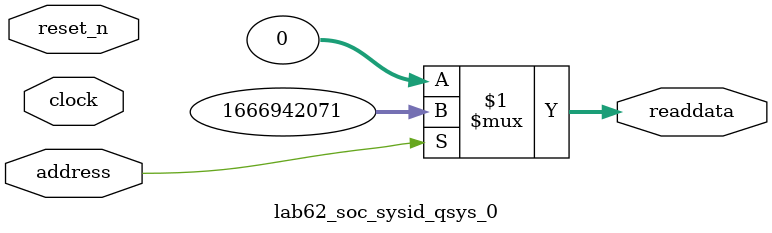
<source format=v>



// synthesis translate_off
`timescale 1ns / 1ps
// synthesis translate_on

// turn off superfluous verilog processor warnings 
// altera message_level Level1 
// altera message_off 10034 10035 10036 10037 10230 10240 10030 

module lab62_soc_sysid_qsys_0 (
               // inputs:
                address,
                clock,
                reset_n,

               // outputs:
                readdata
             )
;

  output  [ 31: 0] readdata;
  input            address;
  input            clock;
  input            reset_n;

  wire    [ 31: 0] readdata;
  //control_slave, which is an e_avalon_slave
  assign readdata = address ? 1666942071 : 0;

endmodule



</source>
